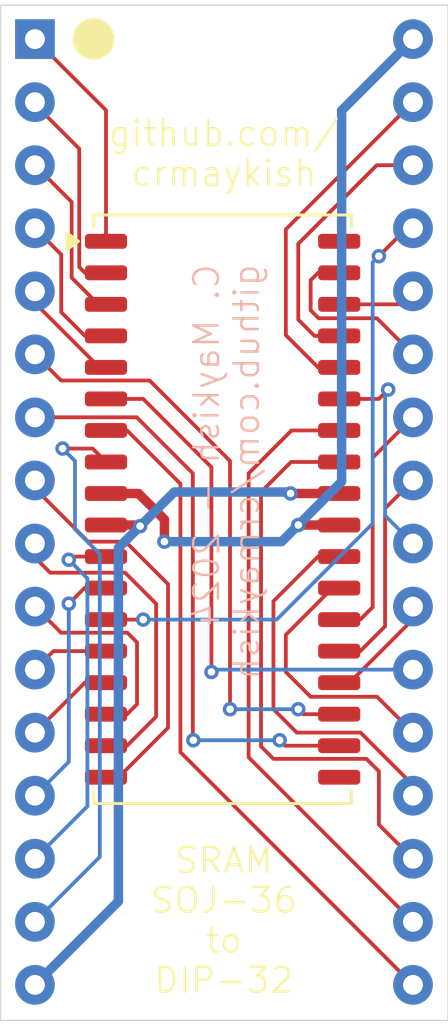
<source format=kicad_pcb>
(kicad_pcb (version 20240108) (generator "pcbnew") (generator_version "8.0")
  (layers (0 "F.Cu" signal) (31 "B.Cu" signal) (34 "B.Paste" user) (35 "F.Paste" user) (36 "B.SilkS" user "B.Silkscreen") (37 "F.SilkS" user "F.Silkscreen") (38 "B.Mask" user) (39 "F.Mask" user) (44 "Edge.Cuts" user))
  (net 0 "")
  (net 3 "GND")
  (net 4 "VCC")
  (net 5 "/{slash}WE")
  (net 6 "/{slash}CE")
  (net 7 "/{slash}OE")
  (net 8 "/A14")
  (net 9 "/A18")
  (net 10 "/A12")
  (net 11 "/A16")
  (net 12 "/A15")
  (net 13 "/A3")
  (net 14 "/A9")
  (net 15 "/A7")
  (net 16 "/A8")
  (net 17 "/A10")
  (net 18 "/A5")
  (net 19 "/A1")
  (net 20 "/A17")
  (net 21 "/A11")
  (net 22 "/A2")
  (net 23 "/A13")
  (net 24 "/A4")
  (net 25 "/A6")
  (net 26 "/A0")
  (net 27 "/D5")
  (net 28 "/D4")
  (net 29 "/D7")
  (net 30 "/D6")
  (net 31 "/D0")
  (net 32 "/D2")
  (net 33 "/D1")
  (net 34 "/D3")
  (footprint "Package_SO:SOJ-36_10.16x23.49mm_P1.27mm" (layer "F.Cu") (at 120.2 60.945)
    (property "Reference" "U1" (hide yes))
    (property "Value" "IS61C5128AL-10KLI")
    (fp_line (start -5.19 -11.855) (end -5.19 -11.355) (stroke (width 0.12)) (layer "F.SilkS"))
    (fp_line (start -5.19 11.855) (end -5.19 11.355) (stroke (width 0.12)) (layer "F.SilkS"))
    (fp_line (start 0 -11.855) (end -5.19 -11.855) (stroke (width 0.12)) (layer "F.SilkS"))
    (fp_line (start 0 -11.855) (end 5.19 -11.855) (stroke (width 0.12)) (layer "F.SilkS"))
    (fp_line (start 0 11.855) (end -5.19 11.855) (stroke (width 0.12)) (layer "F.SilkS"))
    (fp_line (start 0 11.855) (end 5.19 11.855) (stroke (width 0.12)) (layer "F.SilkS"))
    (fp_line (start 5.19 -11.855) (end 5.19 -11.355) (stroke (width 0.12)) (layer "F.SilkS"))
    (fp_line (start 5.19 11.855) (end 5.19 11.355) (stroke (width 0.12)) (layer "F.SilkS"))
    (fp_poly (pts (xy -5.81 -10.795) (xy -6.28 -11.135) (xy -6.28 -10.455) (xy -5.81 -10.795)) (stroke (width 0.12)) (fill solid) (layer "F.SilkS"))
    (pad "1" smd roundrect (at -4.7 -10.795) (size 1.7 0.6) (layers "F.Cu" "F.Paste" "F.Mask") (net 9 "/A18"))
    (pad "2" smd roundrect (at -4.7 -9.525) (size 1.7 0.6) (layers "F.Cu" "F.Paste" "F.Mask") (net 11 "/A16"))
    (pad "3" smd roundrect (at -4.7 -8.255) (size 1.7 0.6) (layers "F.Cu" "F.Paste" "F.Mask") (net 8 "/A14"))
    (pad "4" smd roundrect (at -4.7 -6.985) (size 1.7 0.6) (layers "F.Cu" "F.Paste" "F.Mask") (net 10 "/A12"))
    (pad "5" smd roundrect (at -4.7 -5.715) (size 1.7 0.6) (layers "F.Cu" "F.Paste" "F.Mask") (net 15 "/A7"))
    (pad "6" smd roundrect (at -4.7 -4.445) (size 1.7 0.6) (layers "F.Cu" "F.Paste" "F.Mask") (net 6 "/{slash}CE"))
    (pad "7" smd roundrect (at -4.7 -3.175) (size 1.7 0.6) (layers "F.Cu" "F.Paste" "F.Mask") (net 34 "/D3"))
    (pad "8" smd roundrect (at -4.7 -1.905) (size 1.7 0.6) (layers "F.Cu" "F.Paste" "F.Mask") (net 32 "/D2"))
    (pad "9" smd roundrect (at -4.7 -0.635) (size 1.7 0.6) (layers "F.Cu" "F.Paste" "F.Mask") (net 4 "VCC"))
    (pad "10" smd roundrect (at -4.7 0.635) (size 1.7 0.6) (layers "F.Cu" "F.Paste" "F.Mask") (net 3 "GND"))
    (pad "11" smd roundrect (at -4.7 1.905) (size 1.7 0.6) (layers "F.Cu" "F.Paste" "F.Mask") (net 33 "/D1"))
    (pad "12" smd roundrect (at -4.7 3.175) (size 1.7 0.6) (layers "F.Cu" "F.Paste" "F.Mask") (net 31 "/D0"))
    (pad "13" smd roundrect (at -4.7 4.445) (size 1.7 0.6) (layers "F.Cu" "F.Paste" "F.Mask") (net 5 "/{slash}WE"))
    (pad "14" smd roundrect (at -4.7 5.715) (size 1.7 0.6) (layers "F.Cu" "F.Paste" "F.Mask") (net 19 "/A1"))
    (pad "15" smd roundrect (at -4.7 6.985) (size 1.7 0.6) (layers "F.Cu" "F.Paste" "F.Mask") (net 26 "/A0"))
    (pad "16" smd roundrect (at -4.7 8.255) (size 1.7 0.6) (layers "F.Cu" "F.Paste" "F.Mask") (net 22 "/A2"))
    (pad "17" smd roundrect (at -4.7 9.525) (size 1.7 0.6) (layers "F.Cu" "F.Paste" "F.Mask") (net 13 "/A3"))
    (pad "18" smd roundrect (at -4.7 10.795) (size 1.7 0.6) (layers "F.Cu" "F.Paste" "F.Mask") (net 24 "/A4"))
    (pad "19" smd roundrect (at 4.7 10.795) (size 1.7 0.6) (layers "F.Cu" "F.Paste" "F.Mask"))
    (pad "20" smd roundrect (at 4.7 9.525) (size 1.7 0.6) (layers "F.Cu" "F.Paste" "F.Mask") (net 18 "/A5"))
    (pad "21" smd roundrect (at 4.7 8.255) (size 1.7 0.6) (layers "F.Cu" "F.Paste" "F.Mask") (net 25 "/A6"))
    (pad "22" smd roundrect (at 4.7 6.985) (size 1.7 0.6) (layers "F.Cu" "F.Paste" "F.Mask") (net 17 "/A10"))
    (pad "23" smd roundrect (at 4.7 5.715) (size 1.7 0.6) (layers "F.Cu" "F.Paste" "F.Mask") (net 21 "/A11"))
    (pad "24" smd roundrect (at 4.7 4.445) (size 1.7 0.6) (layers "F.Cu" "F.Paste" "F.Mask") (net 14 "/A9"))
    (pad "25" smd roundrect (at 4.7 3.175) (size 1.7 0.6) (layers "F.Cu" "F.Paste" "F.Mask") (net 29 "/D7"))
    (pad "26" smd roundrect (at 4.7 1.905) (size 1.7 0.6) (layers "F.Cu" "F.Paste" "F.Mask") (net 30 "/D6"))
    (pad "27" smd roundrect (at 4.7 0.635) (size 1.7 0.6) (layers "F.Cu" "F.Paste" "F.Mask") (net 4 "VCC"))
    (pad "28" smd roundrect (at 4.7 -0.635) (size 1.7 0.6) (layers "F.Cu" "F.Paste" "F.Mask") (net 3 "GND"))
    (pad "29" smd roundrect (at 4.7 -1.905) (size 1.7 0.6) (layers "F.Cu" "F.Paste" "F.Mask") (net 27 "/D5"))
    (pad "30" smd roundrect (at 4.7 -3.175) (size 1.7 0.6) (layers "F.Cu" "F.Paste" "F.Mask") (net 28 "/D4"))
    (pad "31" smd roundrect (at 4.7 -4.445) (size 1.7 0.6) (layers "F.Cu" "F.Paste" "F.Mask") (net 7 "/{slash}OE"))
    (pad "32" smd roundrect (at 4.7 -5.715) (size 1.7 0.6) (layers "F.Cu" "F.Paste" "F.Mask") (net 12 "/A15"))
    (pad "33" smd roundrect (at 4.7 -6.985) (size 1.7 0.6) (layers "F.Cu" "F.Paste" "F.Mask") (net 20 "/A17"))
    (pad "34" smd roundrect (at 4.7 -8.255) (size 1.7 0.6) (layers "F.Cu" "F.Paste" "F.Mask") (net 23 "/A13"))
    (pad "35" smd roundrect (at 4.7 -9.525) (size 1.7 0.6) (layers "F.Cu" "F.Paste" "F.Mask") (net 16 "/A8"))
    (pad "36" smd roundrect (at 4.7 -10.795) (size 1.7 0.6) (layers "F.Cu" "F.Paste" "F.Mask"))
  )
  (footprint "Package_DIP:DIP-32_W15.24mm" (layer "F.Cu") (at 112.635 42.005)
    (property "Reference" "U2" (hide yes))
    (property "Value" "AS6C4008-55PCN")
    (pad "1" thru_hole rect (at 0 0) (size 1.6 1.6) (drill 0.8) (layers "*.Cu" "*.Mask") (net 9 "/A18"))
    (pad "2" thru_hole oval (at 0 2.54) (size 1.6 1.6) (drill 0.8) (layers "*.Cu" "*.Mask") (net 11 "/A16"))
    (pad "3" thru_hole oval (at 0 5.08) (size 1.6 1.6) (drill 0.8) (layers "*.Cu" "*.Mask") (net 8 "/A14"))
    (pad "4" thru_hole oval (at 0 7.62) (size 1.6 1.6) (drill 0.8) (layers "*.Cu" "*.Mask") (net 10 "/A12"))
    (pad "5" thru_hole oval (at 0 10.16) (size 1.6 1.6) (drill 0.8) (layers "*.Cu" "*.Mask") (net 15 "/A7"))
    (pad "6" thru_hole oval (at 0 12.7) (size 1.6 1.6) (drill 0.8) (layers "*.Cu" "*.Mask") (net 25 "/A6"))
    (pad "7" thru_hole oval (at 0 15.24) (size 1.6 1.6) (drill 0.8) (layers "*.Cu" "*.Mask") (net 18 "/A5"))
    (pad "8" thru_hole oval (at 0 17.78) (size 1.6 1.6) (drill 0.8) (layers "*.Cu" "*.Mask") (net 24 "/A4"))
    (pad "9" thru_hole oval (at 0 20.32) (size 1.6 1.6) (drill 0.8) (layers "*.Cu" "*.Mask") (net 13 "/A3"))
    (pad "10" thru_hole oval (at 0 22.86) (size 1.6 1.6) (drill 0.8) (layers "*.Cu" "*.Mask") (net 22 "/A2"))
    (pad "11" thru_hole oval (at 0 25.4) (size 1.6 1.6) (drill 0.8) (layers "*.Cu" "*.Mask") (net 19 "/A1"))
    (pad "12" thru_hole oval (at 0 27.94) (size 1.6 1.6) (drill 0.8) (layers "*.Cu" "*.Mask") (net 26 "/A0"))
    (pad "13" thru_hole oval (at 0 30.48) (size 1.6 1.6) (drill 0.8) (layers "*.Cu" "*.Mask") (net 31 "/D0"))
    (pad "14" thru_hole oval (at 0 33.02) (size 1.6 1.6) (drill 0.8) (layers "*.Cu" "*.Mask") (net 33 "/D1"))
    (pad "15" thru_hole oval (at 0 35.56) (size 1.6 1.6) (drill 0.8) (layers "*.Cu" "*.Mask") (net 32 "/D2"))
    (pad "16" thru_hole oval (at 0 38.1) (size 1.6 1.6) (drill 0.8) (layers "*.Cu" "*.Mask") (net 3 "GND"))
    (pad "17" thru_hole oval (at 15.24 38.1) (size 1.6 1.6) (drill 0.8) (layers "*.Cu" "*.Mask") (net 34 "/D3"))
    (pad "18" thru_hole oval (at 15.24 35.56) (size 1.6 1.6) (drill 0.8) (layers "*.Cu" "*.Mask") (net 28 "/D4"))
    (pad "19" thru_hole oval (at 15.24 33.02) (size 1.6 1.6) (drill 0.8) (layers "*.Cu" "*.Mask") (net 27 "/D5"))
    (pad "20" thru_hole oval (at 15.24 30.48) (size 1.6 1.6) (drill 0.8) (layers "*.Cu" "*.Mask") (net 30 "/D6"))
    (pad "21" thru_hole oval (at 15.24 27.94) (size 1.6 1.6) (drill 0.8) (layers "*.Cu" "*.Mask") (net 29 "/D7"))
    (pad "22" thru_hole oval (at 15.24 25.4) (size 1.6 1.6) (drill 0.8) (layers "*.Cu" "*.Mask") (net 6 "/{slash}CE"))
    (pad "23" thru_hole oval (at 15.24 22.86) (size 1.6 1.6) (drill 0.8) (layers "*.Cu" "*.Mask") (net 17 "/A10"))
    (pad "24" thru_hole oval (at 15.24 20.32) (size 1.6 1.6) (drill 0.8) (layers "*.Cu" "*.Mask") (net 7 "/{slash}OE"))
    (pad "25" thru_hole oval (at 15.24 17.78) (size 1.6 1.6) (drill 0.8) (layers "*.Cu" "*.Mask") (net 21 "/A11"))
    (pad "26" thru_hole oval (at 15.24 15.24) (size 1.6 1.6) (drill 0.8) (layers "*.Cu" "*.Mask") (net 14 "/A9"))
    (pad "27" thru_hole oval (at 15.24 12.7) (size 1.6 1.6) (drill 0.8) (layers "*.Cu" "*.Mask") (net 16 "/A8"))
    (pad "28" thru_hole oval (at 15.24 10.16) (size 1.6 1.6) (drill 0.8) (layers "*.Cu" "*.Mask") (net 23 "/A13"))
    (pad "29" thru_hole oval (at 15.24 7.62) (size 1.6 1.6) (drill 0.8) (layers "*.Cu" "*.Mask") (net 5 "/{slash}WE"))
    (pad "30" thru_hole oval (at 15.24 5.08) (size 1.6 1.6) (drill 0.8) (layers "*.Cu" "*.Mask") (net 20 "/A17"))
    (pad "31" thru_hole oval (at 15.24 2.54) (size 1.6 1.6) (drill 0.8) (layers "*.Cu" "*.Mask") (net 12 "/A15"))
    (pad "32" thru_hole oval (at 15.24 0) (size 1.6 1.6) (drill 0.8) (layers "*.Cu" "*.Mask") (net 4 "VCC"))
  )
  (gr_circle (center 115 42) (end 115.790569 42) (stroke (width 0.1)) (fill solid) (layer "F.SilkS"))
  (gr_rect (start 111.252 40.64) (end 129.286 81.534) (stroke (width 0.05)) (fill none) (layer "Edge.Cuts"))
  (gr_text "C. Maykish - 2024\ngithub.com/crmaykish\n" (at 121.75 51 90) (layer "B.SilkS") (effects (font (size 1 1) (thickness 0.1)) (justify left bottom mirror)))
  (gr_text "SRAM\nSOJ-36\nto\nDIP-32" (at 120.25 80.5 0) (layer "F.SilkS") (effects (font (size 1 1) (thickness 0.1)) (justify bottom)))
  (gr_text "github.com/\ncrmaykish" (at 120.25 48 0) (layer "F.SilkS") (effects (font (size 1 1) (thickness 0.1)) (justify bottom)))
  (segment (start 122.94 60.31) (end 124.9 60.31) (width 0.381) (layer "F.Cu") (net 3))
  (segment (start 116.83 61.58) (end 115.5 61.58) (width 0.381) (layer "F.Cu") (net 3))
  (segment (start 116.875 61.625) (end 116.83 61.58) (width 0.381) (layer "F.Cu") (net 3))
  (via (at 122.94 60.31) (size 0.5842) (drill 0.3048) (layers "F.Cu" "B.Cu") (net 3))
  (via (at 116.875 61.625) (size 0.5842) (drill 0.3048) (layers "F.Cu" "B.Cu") (net 3))
  (segment (start 112.635 80.105) (end 116 76.74) (width 0.381) (layer "B.Cu") (net 3))
  (segment (start 118.25 60.25) (end 116.875 61.625) (width 0.381) (layer "B.Cu") (net 3))
  (segment (start 116 76.74) (end 116 62.5) (width 0.381) (layer "B.Cu") (net 3))
  (segment (start 122.88 60.25) (end 118.25 60.25) (width 0.381) (layer "B.Cu") (net 3))
  (segment (start 122.94 60.31) (end 122.88 60.25) (width 0.381) (layer "B.Cu") (net 3))
  (segment (start 116 62.5) (end 116.875 61.625) (width 0.381) (layer "B.Cu") (net 3))
  (segment (start 116.81 60.31) (end 115.5 60.31) (width 0.381) (layer "F.Cu") (net 4))
  (segment (start 117.8543 62.25) (end 117.8543 61.3543) (width 0.381) (layer "F.Cu") (net 4))
  (segment (start 124.9 61.58) (end 123.25 61.58) (width 0.381) (layer "F.Cu") (net 4))
  (segment (start 117.8543 61.3543) (end 116.81 60.31) (width 0.381) (layer "F.Cu") (net 4))
  (via (at 117.8543 62.25) (size 0.5842) (drill 0.3048) (layers "F.Cu" "B.Cu") (net 4))
  (via (at 123.25 61.58) (size 0.5842) (drill 0.3048) (layers "F.Cu" "B.Cu") (net 4))
  (segment (start 123.25 61.58) (end 125 59.83) (width 0.381) (layer "B.Cu") (net 4))
  (segment (start 122.58 62.25) (end 123.25 61.58) (width 0.381) (layer "B.Cu") (net 4))
  (segment (start 117.8543 62.25) (end 122.58 62.25) (width 0.381) (layer "B.Cu") (net 4))
  (segment (start 125 59.83) (end 125 44.88) (width 0.381) (layer "B.Cu") (net 4))
  (segment (start 125 44.88) (end 127.875 42.005) (width 0.381) (layer "B.Cu") (net 4))
  (segment (start 117 65.39) (end 115.5 65.39) (width 0.1524) (layer "F.Cu") (net 5))
  (segment (start 126.5 50.75) (end 127.625 49.625) (width 0.1524) (layer "F.Cu") (net 5))
  (segment (start 127.625 49.625) (end 127.875 49.625) (width 0.1524) (layer "F.Cu") (net 5))
  (via (at 126.5 50.75) (size 0.5842) (drill 0.3048) (layers "F.Cu" "B.Cu") (net 5))
  (via (at 117 65.39) (size 0.5842) (drill 0.3048) (layers "F.Cu" "B.Cu") (net 5))
  (segment (start 126.25 61.521452) (end 122.381452 65.39) (width 0.1524) (layer "B.Cu") (net 5))
  (segment (start 122.381452 65.39) (end 117 65.39) (width 0.1524) (layer "B.Cu") (net 5))
  (segment (start 126.25 51) (end 126.25 61.521452) (width 0.1524) (layer "B.Cu") (net 5))
  (segment (start 126.5 50.75) (end 126.25 51) (width 0.1524) (layer "B.Cu") (net 5))
  (segment (start 117 56.5) (end 115.5 56.5) (width 0.1524) (layer "F.Cu") (net 6))
  (segment (start 119.75 67.5) (end 119.75 59.25) (width 0.1524) (layer "F.Cu") (net 6))
  (segment (start 119.75 59.25) (end 117 56.5) (width 0.1524) (layer "F.Cu") (net 6))
  (via (at 119.75 67.5) (size 0.5842) (drill 0.3048) (layers "F.Cu" "B.Cu") (net 6))
  (segment (start 119.845 67.405) (end 127.875 67.405) (width 0.1524) (layer "B.Cu") (net 6))
  (segment (start 119.75 67.5) (end 119.845 67.405) (width 0.1524) (layer "B.Cu") (net 6))
  (segment (start 126.875 56.125) (end 126.5 56.5) (width 0.1524) (layer "F.Cu") (net 7))
  (segment (start 126.5 56.5) (end 124.9 56.5) (width 0.1524) (layer "F.Cu") (net 7))
  (via (at 126.875 56.125) (size 0.5842) (drill 0.3048) (layers "F.Cu" "B.Cu") (net 7))
  (segment (start 126.875 56.125) (end 126.75 56.25) (width 0.1524) (layer "B.Cu") (net 7))
  (segment (start 126.75 56.25) (end 126.75 61.2) (width 0.1524) (layer "B.Cu") (net 7))
  (segment (start 126.75 61.2) (end 127.875 62.325) (width 0.1524) (layer "B.Cu") (net 7))
  (segment (start 114.1166 51.6166) (end 114.1166 48.5666) (width 0.1524) (layer "F.Cu") (net 8))
  (segment (start 115.19 52.69) (end 114.1166 51.6166) (width 0.1524) (layer "F.Cu") (net 8))
  (segment (start 114.1166 48.5666) (end 112.635 47.085) (width 0.1524) (layer "F.Cu") (net 8))
  (segment (start 115.5 52.69) (end 115.19 52.69) (width 0.1524) (layer "F.Cu") (net 8))
  (segment (start 115.5 50.15) (end 115.5 44.87) (width 0.1524) (layer "F.Cu") (net 9))
  (segment (start 115.5 44.87) (end 112.635 42.005) (width 0.1524) (layer "F.Cu") (net 9))
  (segment (start 114.650001 53.96) (end 113.6952 53.005199) (width 0.1524) (layer "F.Cu") (net 10))
  (segment (start 113.6952 50.6852) (end 112.635 49.625) (width 0.1524) (layer "F.Cu") (net 10))
  (segment (start 113.6952 53.005199) (end 113.6952 50.6852) (width 0.1524) (layer "F.Cu") (net 10))
  (segment (start 115.5 53.96) (end 114.650001 53.96) (width 0.1524) (layer "F.Cu") (net 10))
  (segment (start 114.4214 46.4214) (end 112.635 44.635) (width 0.1524) (layer "F.Cu") (net 11))
  (segment (start 112.635 44.635) (end 112.635 44.545) (width 0.1524) (layer "F.Cu") (net 11))
  (segment (start 115.5 51.42) (end 114.650001 51.42) (width 0.1524) (layer "F.Cu") (net 11))
  (segment (start 114.650001 51.42) (end 114.4214 51.191399) (width 0.1524) (layer "F.Cu") (net 11))
  (segment (start 114.4214 51.191399) (end 114.4214 46.4214) (width 0.1524) (layer "F.Cu") (net 11))
  (segment (start 122.75 49.67) (end 127.875 44.545) (width 0.1524) (layer "F.Cu") (net 12))
  (segment (start 124.050001 55.23) (end 122.75 53.929999) (width 0.1524) (layer "F.Cu") (net 12))
  (segment (start 124.9 55.23) (end 124.050001 55.23) (width 0.1524) (layer "F.Cu") (net 12))
  (segment (start 122.75 53.929999) (end 122.75 49.67) (width 0.1524) (layer "F.Cu") (net 12))
  (segment (start 117.5207 69.299299) (end 117.5207 64.751122) (width 0.1524) (layer "F.Cu") (net 13))
  (segment (start 112.635 62.885) (end 112.635 62.325) (width 0.1524) (layer "F.Cu") (net 13))
  (segment (start 115.5 70.47) (end 116.349999 70.47) (width 0.1524) (layer "F.Cu") (net 13))
  (segment (start 113.25 63.5) (end 112.635 62.885) (width 0.1524) (layer "F.Cu") (net 13))
  (segment (start 117.5207 64.751122) (end 116.269578 63.5) (width 0.1524) (layer "F.Cu") (net 13))
  (segment (start 116.269578 63.5) (end 113.25 63.5) (width 0.1524) (layer "F.Cu") (net 13))
  (segment (start 116.349999 70.47) (end 117.5207 69.299299) (width 0.1524) (layer "F.Cu") (net 13))
  (segment (start 124.9 65.39) (end 125.749999 65.39) (width 0.1524) (layer "F.Cu") (net 14))
  (segment (start 126.25 64.889999) (end 126.25 58.87) (width 0.1524) (layer "F.Cu") (net 14))
  (segment (start 126.25 58.87) (end 127.875 57.245) (width 0.1524) (layer "F.Cu") (net 14))
  (segment (start 125.749999 65.39) (end 126.25 64.889999) (width 0.1524) (layer "F.Cu") (net 14))
  (segment (start 115.5 55.23) (end 115.23 55.23) (width 0.1524) (layer "F.Cu") (net 15))
  (segment (start 115.23 55.23) (end 112.635 52.635) (width 0.1524) (layer "F.Cu") (net 15))
  (segment (start 112.635 52.635) (end 112.635 52.165) (width 0.1524) (layer "F.Cu") (net 15))
  (segment (start 123.75 52.9314) (end 124.0686 53.25) (width 0.1524) (layer "F.Cu") (net 16))
  (segment (start 124.050001 51.42) (end 123.75 51.720001) (width 0.1524) (layer "F.Cu") (net 16))
  (segment (start 126.42 53.25) (end 127.875 54.705) (width 0.1524) (layer "F.Cu") (net 16))
  (segment (start 123.75 51.720001) (end 123.75 52.9314) (width 0.1524) (layer "F.Cu") (net 16))
  (segment (start 124.9 51.42) (end 124.050001 51.42) (width 0.1524) (layer "F.Cu") (net 16))
  (segment (start 124.0686 53.25) (end 126.42 53.25) (width 0.1524) (layer "F.Cu") (net 16))
  (segment (start 125.32 67.93) (end 127.875 65.375) (width 0.1524) (layer "F.Cu") (net 17))
  (segment (start 124.9 67.93) (end 125.32 67.93) (width 0.1524) (layer "F.Cu") (net 17))
  (segment (start 127.875 65.375) (end 127.875 64.865) (width 0.1524) (layer "F.Cu") (net 17))
  (segment (start 116.7414 57.2414) (end 119 59.5) (width 0.1524) (layer "F.Cu") (net 18))
  (segment (start 112.635 57.245) (end 112.6386 57.2414) (width 0.1524) (layer "F.Cu") (net 18))
  (segment (start 122.72 70.47) (end 122.5 70.25) (width 0.1524) (layer "F.Cu") (net 18))
  (segment (start 124.9 70.47) (end 122.72 70.47) (width 0.1524) (layer "F.Cu") (net 18))
  (segment (start 119 59.5) (end 119 70.2293) (width 0.1524) (layer "F.Cu") (net 18))
  (segment (start 112.6386 57.2414) (end 116.7414 57.2414) (width 0.1524) (layer "F.Cu") (net 18))
  (segment (start 119 70.2293) (end 119.0207 70.25) (width 0.1524) (layer "F.Cu") (net 18))
  (via (at 122.5 70.25) (size 0.5842) (drill 0.3048) (layers "F.Cu" "B.Cu") (net 18))
  (via (at 119.0207 70.25) (size 0.5842) (drill 0.3048) (layers "F.Cu" "B.Cu") (net 18))
  (segment (start 119.0207 70.25) (end 122.5 70.25) (width 0.1524) (layer "B.Cu") (net 18))
  (segment (start 115.5 66.66) (end 113.38 66.66) (width 0.1524) (layer "F.Cu") (net 19))
  (segment (start 113.38 66.66) (end 112.635 67.405) (width 0.1524) (layer "F.Cu") (net 19))
  (segment (start 123.25 50.25) (end 126.415 47.085) (width 0.1524) (layer "F.Cu") (net 20))
  (segment (start 123.25 53.306226) (end 123.25 50.25) (width 0.1524) (layer "F.Cu") (net 20))
  (segment (start 124.9 53.96) (end 123.903774 53.96) (width 0.1524) (layer "F.Cu") (net 20))
  (segment (start 126.415 47.085) (end 127.875 47.085) (width 0.1524) (layer "F.Cu") (net 20))
  (segment (start 123.903774 53.96) (end 123.25 53.306226) (width 0.1524) (layer "F.Cu") (net 20))
  (segment (start 125.749999 66.66) (end 126.75 65.659999) (width 0.1524) (layer "F.Cu") (net 21))
  (segment (start 124.9 66.66) (end 125.749999 66.66) (width 0.1524) (layer "F.Cu") (net 21))
  (segment (start 126.75 65.659999) (end 126.75 60.91) (width 0.1524) (layer "F.Cu") (net 21))
  (segment (start 126.75 60.91) (end 127.875 59.785) (width 0.1524) (layer "F.Cu") (net 21))
  (segment (start 113.6886 65.9186) (end 112.635 64.865) (width 0.1524) (layer "F.Cu") (net 22))
  (segment (start 116.75 66.307622) (end 116.360978 65.9186) (width 0.1524) (layer "F.Cu") (net 22))
  (segment (start 116.360978 65.9186) (end 113.6886 65.9186) (width 0.1524) (layer "F.Cu") (net 22))
  (segment (start 115.5 69.2) (end 116.349999 69.2) (width 0.1524) (layer "F.Cu") (net 22))
  (segment (start 116.349999 69.2) (end 116.75 68.799999) (width 0.1524) (layer "F.Cu") (net 22))
  (segment (start 116.75 68.799999) (end 116.75 66.307622) (width 0.1524) (layer "F.Cu") (net 22))
  (segment (start 127.35 52.69) (end 127.875 52.165) (width 0.1524) (layer "F.Cu") (net 23))
  (segment (start 124.9 52.69) (end 127.35 52.69) (width 0.1524) (layer "F.Cu") (net 23))
  (segment (start 114.780422 62.25) (end 116.289578 62.25) (width 0.1524) (layer "F.Cu") (net 24))
  (segment (start 116.01 71.74) (end 115.5 71.74) (width 0.1524) (layer "F.Cu") (net 24))
  (segment (start 112.635 59.785) (end 112.635 60.104578) (width 0.1524) (layer "F.Cu") (net 24))
  (segment (start 112.635 60.104578) (end 114.780422 62.25) (width 0.1524) (layer "F.Cu") (net 24))
  (segment (start 116.289578 62.25) (end 118 63.960422) (width 0.1524) (layer "F.Cu") (net 24))
  (segment (start 118 69.75) (end 116.01 71.74) (width 0.1524) (layer "F.Cu") (net 24))
  (segment (start 118 63.960422) (end 118 69.75) (width 0.1524) (layer "F.Cu") (net 24))
  (segment (start 112.635 54.705) (end 113.6886 55.7586) (width 0.1524) (layer "F.Cu") (net 25))
  (segment (start 123.45 69.2) (end 123.25 69) (width 0.1524) (layer "F.Cu") (net 25))
  (segment (start 113.6886 55.7586) (end 117.2586 55.7586) (width 0.1524) (layer "F.Cu") (net 25))
  (segment (start 117.2586 55.7586) (end 120.5 59) (width 0.1524) (layer "F.Cu") (net 25))
  (segment (start 124.9 69.2) (end 123.45 69.2) (width 0.1524) (layer "F.Cu") (net 25))
  (segment (start 120.5 59) (end 120.5 69) (width 0.1524) (layer "F.Cu") (net 25))
  (via (at 120.5 69) (size 0.5842) (drill 0.3048) (layers "F.Cu" "B.Cu") (net 25))
  (via (at 123.25 69) (size 0.5842) (drill 0.3048) (layers "F.Cu" "B.Cu") (net 25))
  (segment (start 120.5 69) (end 123.25 69) (width 0.1524) (layer "B.Cu") (net 25))
  (segment (start 115.5 67.93) (end 114.65 67.93) (width 0.1524) (layer "F.Cu") (net 26))
  (segment (start 114.65 67.93) (end 112.635 69.945) (width 0.1524) (layer "F.Cu") (net 26))
  (segment (start 126.5 73.65) (end 126.5 71.5) (width 0.1524) (layer "F.Cu") (net 27))
  (segment (start 122.25 71) (end 121.75 70.5) (width 0.1524) (layer "F.Cu") (net 27))
  (segment (start 122.96 59.04) (end 124.9 59.04) (width 0.1524) (layer "F.Cu") (net 27))
  (segment (start 126.5 71.5) (end 126 71) (width 0.1524) (layer "F.Cu") (net 27))
  (segment (start 121.75 60.25) (end 122.96 59.04) (width 0.1524) (layer "F.Cu") (net 27))
  (segment (start 126 71) (end 122.25 71) (width 0.1524) (layer "F.Cu") (net 27))
  (segment (start 121.75 70.5) (end 121.75 60.25) (width 0.1524) (layer "F.Cu") (net 27))
  (segment (start 127.875 75.025) (end 126.5 73.65) (width 0.1524) (layer "F.Cu") (net 27))
  (segment (start 121.25 70.94) (end 121.25 59.5) (width 0.1524) (layer "F.Cu") (net 28))
  (segment (start 122.98 57.77) (end 124.9 57.77) (width 0.1524) (layer "F.Cu") (net 28))
  (segment (start 121.25 59.5) (end 122.98 57.77) (width 0.1524) (layer "F.Cu") (net 28))
  (segment (start 127.875 77.565) (end 121.25 70.94) (width 0.1524) (layer "F.Cu") (net 28))
  (segment (start 126.43 68.5) (end 123.75 68.5) (width 0.1524) (layer "F.Cu") (net 29))
  (segment (start 122.75 66) (end 124.63 64.12) (width 0.1524) (layer "F.Cu") (net 29))
  (segment (start 127.875 69.945) (end 126.43 68.5) (width 0.1524) (layer "F.Cu") (net 29))
  (segment (start 122.75 67.5) (end 122.75 66) (width 0.1524) (layer "F.Cu") (net 29))
  (segment (start 124.63 64.12) (end 124.9 64.12) (width 0.1524) (layer "F.Cu") (net 29))
  (segment (start 123.75 68.5) (end 122.75 67.5) (width 0.1524) (layer "F.Cu") (net 29))
  (segment (start 123.1914 69.9414) (end 122.25 69) (width 0.1524) (layer "F.Cu") (net 30))
  (segment (start 124.050001 62.85) (end 124.9 62.85) (width 0.1524) (layer "F.Cu") (net 30))
  (segment (start 127.875 72.485) (end 127.875 72.055422) (width 0.1524) (layer "F.Cu") (net 30))
  (segment (start 122.25 69) (end 122.25 64.650001) (width 0.1524) (layer "F.Cu") (net 30))
  (segment (start 122.25 64.650001) (end 124.050001 62.85) (width 0.1524) (layer "F.Cu") (net 30))
  (segment (start 127.875 72.055422) (end 125.760978 69.9414) (width 0.1524) (layer "F.Cu") (net 30))
  (segment (start 125.760978 69.9414) (end 123.1914 69.9414) (width 0.1524) (layer "F.Cu") (net 30))
  (segment (start 114 64.75) (end 114.63 64.12) (width 0.1524) (layer "F.Cu") (net 31))
  (segment (start 114.63 64.12) (end 115.5 64.12) (width 0.1524) (layer "F.Cu") (net 31))
  (via (at 114 64.75) (size 0.5842) (drill 0.3048) (layers "F.Cu" "B.Cu") (net 31))
  (segment (start 114 64.75) (end 114 71.12) (width 0.1524) (layer "B.Cu") (net 31))
  (segment (start 114 71.12) (end 112.635 72.485) (width 0.1524) (layer "B.Cu") (net 31))
  (segment (start 113.75 58.5) (end 114.96 58.5) (width 0.1524) (layer "F.Cu") (net 32))
  (segment (start 114.96 58.5) (end 115.5 59.04) (width 0.1524) (layer "F.Cu") (net 32))
  (via (at 113.75 58.5) (size 0.5842) (drill 0.3048) (layers "F.Cu" "B.Cu") (net 32))
  (segment (start 115.25 62.75) (end 115.25 74.95) (width 0.1524) (layer "B.Cu") (net 32))
  (segment (start 114.25 59) (end 114.25 61.75) (width 0.1524) (layer "B.Cu") (net 32))
  (segment (start 114.25 61.75) (end 115.25 62.75) (width 0.1524) (layer "B.Cu") (net 32))
  (segment (start 113.75 58.5) (end 114.25 59) (width 0.1524) (layer "B.Cu") (net 32))
  (segment (start 115.25 74.95) (end 112.635 77.565) (width 0.1524) (layer "B.Cu") (net 32))
  (segment (start 114 62.9793) (end 114.1293 62.85) (width 0.1524) (layer "F.Cu") (net 33))
  (segment (start 114.1293 62.85) (end 115.5 62.85) (width 0.1524) (layer "F.Cu") (net 33))
  (via (at 114 62.9793) (size 0.5842) (drill 0.3048) (layers "F.Cu" "B.Cu") (net 33))
  (segment (start 114 62.9793) (end 114.75 63.7293) (width 0.1524) (layer "B.Cu") (net 33))
  (segment (start 114.75 72.91) (end 112.635 75.025) (width 0.1524) (layer "B.Cu") (net 33))
  (segment (start 114.75 63.7293) (end 114.75 72.91) (width 0.1524) (layer "B.Cu") (net 33))
  (segment (start 116.349999 57.77) (end 115.5 57.77) (width 0.1524) (layer "F.Cu") (net 34))
  (segment (start 127.875 80.105) (end 118.5 70.73) (width 0.1524) (layer "F.Cu") (net 34))
  (segment (start 118.5 59.920001) (end 116.349999 57.77) (width 0.1524) (layer "F.Cu") (net 34))
  (segment (start 118.5 70.73) (end 118.5 59.920001) (width 0.1524) (layer "F.Cu") (net 34))
)
</source>
